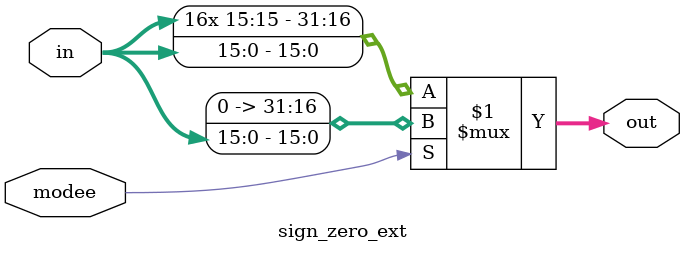
<source format=v>

module sign_zero_ext(
input wire [15:0]  in, output wire [31:0] out, input  wire modee
);

assign out = modee? {{16{1'b0}},in[15:0]} :{{16{in[15]}},in[15:0]} ;

endmodule
</source>
